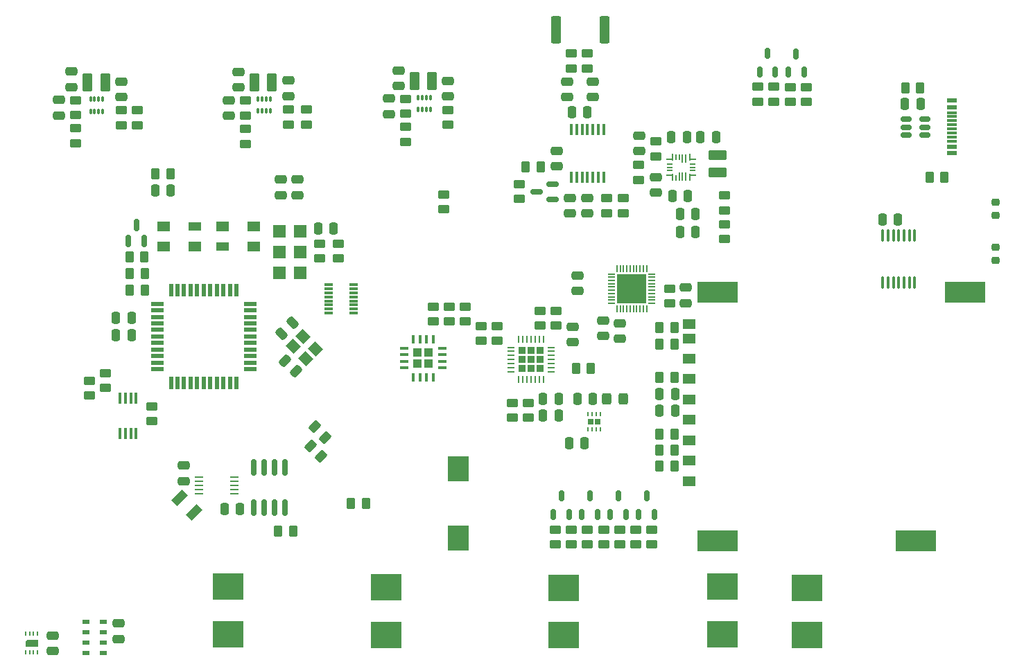
<source format=gbr>
%TF.GenerationSoftware,KiCad,Pcbnew,7.0.8-7.0.8~ubuntu23.04.1*%
%TF.CreationDate,2023-11-18T22:31:17+00:00*%
%TF.ProjectId,BATDATUNIT01,42415444-4154-4554-9e49-5430312e6b69,01A*%
%TF.SameCoordinates,Original*%
%TF.FileFunction,Paste,Bot*%
%TF.FilePolarity,Positive*%
%FSLAX46Y46*%
G04 Gerber Fmt 4.6, Leading zero omitted, Abs format (unit mm)*
G04 Created by KiCad (PCBNEW 7.0.8-7.0.8~ubuntu23.04.1) date 2023-11-18 22:31:17*
%MOMM*%
%LPD*%
G01*
G04 APERTURE LIST*
G04 Aperture macros list*
%AMRoundRect*
0 Rectangle with rounded corners*
0 $1 Rounding radius*
0 $2 $3 $4 $5 $6 $7 $8 $9 X,Y pos of 4 corners*
0 Add a 4 corners polygon primitive as box body*
4,1,4,$2,$3,$4,$5,$6,$7,$8,$9,$2,$3,0*
0 Add four circle primitives for the rounded corners*
1,1,$1+$1,$2,$3*
1,1,$1+$1,$4,$5*
1,1,$1+$1,$6,$7*
1,1,$1+$1,$8,$9*
0 Add four rect primitives between the rounded corners*
20,1,$1+$1,$2,$3,$4,$5,0*
20,1,$1+$1,$4,$5,$6,$7,0*
20,1,$1+$1,$6,$7,$8,$9,0*
20,1,$1+$1,$8,$9,$2,$3,0*%
%AMRotRect*
0 Rectangle, with rotation*
0 The origin of the aperture is its center*
0 $1 length*
0 $2 width*
0 $3 Rotation angle, in degrees counterclockwise*
0 Add horizontal line*
21,1,$1,$2,0,0,$3*%
%AMFreePoly0*
4,1,6,0.450000,-0.800000,-0.180000,-0.800000,-0.450000,-0.530000,-0.450000,0.800000,0.450000,0.800000,0.450000,-0.800000,0.450000,-0.800000,$1*%
G04 Aperture macros list end*
%ADD10RoundRect,0.250000X0.450000X-0.262500X0.450000X0.262500X-0.450000X0.262500X-0.450000X-0.262500X0*%
%ADD11RoundRect,0.250000X-0.262500X-0.450000X0.262500X-0.450000X0.262500X0.450000X-0.262500X0.450000X0*%
%ADD12R,0.950000X0.550000*%
%ADD13RoundRect,0.250000X0.475000X-0.250000X0.475000X0.250000X-0.475000X0.250000X-0.475000X-0.250000X0*%
%ADD14RoundRect,0.150000X0.150000X-0.512500X0.150000X0.512500X-0.150000X0.512500X-0.150000X-0.512500X0*%
%ADD15RoundRect,0.250000X0.375000X0.850000X-0.375000X0.850000X-0.375000X-0.850000X0.375000X-0.850000X0*%
%ADD16RoundRect,0.250000X-0.503814X-0.132583X-0.132583X-0.503814X0.503814X0.132583X0.132583X0.503814X0*%
%ADD17R,1.550000X1.150000*%
%ADD18R,1.550000X1.050000*%
%ADD19RoundRect,0.050000X-0.100000X0.285000X-0.100000X-0.285000X0.100000X-0.285000X0.100000X0.285000X0*%
%ADD20RoundRect,0.150000X-0.512500X-0.150000X0.512500X-0.150000X0.512500X0.150000X-0.512500X0.150000X0*%
%ADD21RoundRect,0.250000X-0.450000X0.262500X-0.450000X-0.262500X0.450000X-0.262500X0.450000X0.262500X0*%
%ADD22R,3.810000X3.330000*%
%ADD23RoundRect,0.250000X-0.362500X-1.425000X0.362500X-1.425000X0.362500X1.425000X-0.362500X1.425000X0*%
%ADD24RoundRect,0.250000X0.295000X0.295000X-0.295000X0.295000X-0.295000X-0.295000X0.295000X-0.295000X0*%
%ADD25RoundRect,0.087500X0.437500X0.087500X-0.437500X0.087500X-0.437500X-0.087500X0.437500X-0.087500X0*%
%ADD26RoundRect,0.087500X0.087500X0.437500X-0.087500X0.437500X-0.087500X-0.437500X0.087500X-0.437500X0*%
%ADD27RoundRect,0.250000X0.250000X0.475000X-0.250000X0.475000X-0.250000X-0.475000X0.250000X-0.475000X0*%
%ADD28R,1.150000X0.600000*%
%ADD29R,1.150000X0.300000*%
%ADD30RoundRect,0.250000X-0.325000X-0.450000X0.325000X-0.450000X0.325000X0.450000X-0.325000X0.450000X0*%
%ADD31R,1.050000X0.300000*%
%ADD32RoundRect,0.250000X0.850000X-0.375000X0.850000X0.375000X-0.850000X0.375000X-0.850000X-0.375000X0*%
%ADD33RoundRect,0.250000X-0.475000X0.250000X-0.475000X-0.250000X0.475000X-0.250000X0.475000X0.250000X0*%
%ADD34RoundRect,0.250000X-0.250000X-0.475000X0.250000X-0.475000X0.250000X0.475000X-0.250000X0.475000X0*%
%ADD35RoundRect,0.250000X0.262500X0.450000X-0.262500X0.450000X-0.262500X-0.450000X0.262500X-0.450000X0*%
%ADD36RotRect,1.400000X1.200000X315.000000*%
%ADD37R,0.650000X0.750000*%
%ADD38R,0.250000X0.500000*%
%ADD39RoundRect,0.150000X0.150000X-0.825000X0.150000X0.825000X-0.150000X0.825000X-0.150000X-0.825000X0*%
%ADD40R,0.450000X1.450000*%
%ADD41R,1.600000X1.200000*%
%ADD42R,5.000000X2.500000*%
%ADD43RoundRect,0.225000X0.225000X-0.225000X0.225000X0.225000X-0.225000X0.225000X-0.225000X-0.225000X0*%
%ADD44RoundRect,0.062500X0.062500X-0.337500X0.062500X0.337500X-0.062500X0.337500X-0.062500X-0.337500X0*%
%ADD45RoundRect,0.062500X0.337500X-0.062500X0.337500X0.062500X-0.337500X0.062500X-0.337500X-0.062500X0*%
%ADD46RoundRect,0.150000X0.150000X-0.587500X0.150000X0.587500X-0.150000X0.587500X-0.150000X-0.587500X0*%
%ADD47RoundRect,0.050000X-0.337500X0.050000X-0.337500X-0.050000X0.337500X-0.050000X0.337500X0.050000X0*%
%ADD48RoundRect,0.050000X0.050000X0.337500X-0.050000X0.337500X-0.050000X-0.337500X0.050000X-0.337500X0*%
%ADD49RoundRect,0.050000X-0.262500X0.050000X-0.262500X-0.050000X0.262500X-0.050000X0.262500X0.050000X0*%
%ADD50RoundRect,0.050000X0.337500X-0.050000X0.337500X0.050000X-0.337500X0.050000X-0.337500X-0.050000X0*%
%ADD51RoundRect,0.050000X-0.050000X-0.262500X0.050000X-0.262500X0.050000X0.262500X-0.050000X0.262500X0*%
%ADD52RoundRect,0.050000X-0.050000X-0.450000X0.050000X-0.450000X0.050000X0.450000X-0.050000X0.450000X0*%
%ADD53RoundRect,0.050000X-0.050000X-0.337500X0.050000X-0.337500X0.050000X0.337500X-0.050000X0.337500X0*%
%ADD54RoundRect,0.050000X0.362500X-0.050000X0.362500X0.050000X-0.362500X0.050000X-0.362500X-0.050000X0*%
%ADD55RoundRect,0.050000X-0.362500X0.050000X-0.362500X-0.050000X0.362500X-0.050000X0.362500X0.050000X0*%
%ADD56R,2.500000X3.050000*%
%ADD57FreePoly0,270.000000*%
%ADD58R,0.250000X0.550000*%
%ADD59RoundRect,0.250000X-0.512652X-0.159099X-0.159099X-0.512652X0.512652X0.159099X0.159099X0.512652X0*%
%ADD60RoundRect,0.250000X0.250000X-0.200000X0.250000X0.200000X-0.250000X0.200000X-0.250000X-0.200000X0*%
%ADD61RotRect,1.000000X1.800000X135.000000*%
%ADD62RoundRect,0.150000X0.587500X0.150000X-0.587500X0.150000X-0.587500X-0.150000X0.587500X-0.150000X0*%
%ADD63R,1.100000X0.250000*%
%ADD64R,1.524000X1.524000*%
%ADD65RoundRect,0.250000X0.159099X-0.512652X0.512652X-0.159099X-0.159099X0.512652X-0.512652X0.159099X0*%
%ADD66R,0.850000X0.200000*%
%ADD67R,0.200000X0.850000*%
%ADD68R,3.600000X3.600000*%
%ADD69RoundRect,0.100000X0.100000X-0.637500X0.100000X0.637500X-0.100000X0.637500X-0.100000X-0.637500X0*%
%ADD70R,1.500000X0.550000*%
%ADD71R,0.550000X1.500000*%
G04 APERTURE END LIST*
D10*
%TO.C,R33*%
X84786000Y17213500D03*
X84786000Y19038500D03*
%TD*%
D11*
%TO.C,R9*%
X93573500Y28726000D03*
X95398500Y28726000D03*
%TD*%
D12*
%TO.C,U9*%
X25659750Y7704750D03*
X25659750Y6454750D03*
X25659750Y5204750D03*
X25659750Y3954750D03*
X23509750Y3954750D03*
X23509750Y5204750D03*
X23509750Y6454750D03*
X23509750Y7704750D03*
%TD*%
D13*
%TO.C,C37*%
X61736000Y73266000D03*
X61736000Y75166000D03*
%TD*%
D14*
%TO.C,Q2*%
X89469330Y20888500D03*
X87569330Y20888500D03*
X88519330Y23163500D03*
%TD*%
D15*
%TO.C,L3*%
X46261000Y73711000D03*
X44111000Y73711000D03*
%TD*%
D16*
%TO.C,R35*%
X50940765Y29271235D03*
X52231235Y27980765D03*
%TD*%
D17*
%TO.C,SW2*%
X32986000Y53651000D03*
X36786000Y53651000D03*
X32986000Y56051000D03*
D18*
X36786000Y56051000D03*
%TD*%
D19*
%TO.C,U17*%
X24086000Y71658500D03*
X24586000Y71658500D03*
X25086000Y71658500D03*
X25586000Y71658500D03*
X25586000Y70178500D03*
X25086000Y70178500D03*
X24586000Y70178500D03*
X24086000Y70178500D03*
%TD*%
D20*
%TO.C,U2*%
X123711000Y67276000D03*
X123711000Y68226000D03*
X123711000Y69176000D03*
X125986000Y69176000D03*
X125986000Y68226000D03*
X125986000Y67276000D03*
%TD*%
D21*
%TO.C,R12*%
X101537600Y56357100D03*
X101537600Y54532100D03*
%TD*%
D22*
%TO.C,F3*%
X81886000Y11926000D03*
X81886000Y6106000D03*
%TD*%
D23*
%TO.C,R52*%
X80923500Y80126000D03*
X86848500Y80126000D03*
%TD*%
D24*
%TO.C,U4*%
X65386000Y39306000D03*
X65386000Y40656000D03*
X64036000Y39306000D03*
X64036000Y40656000D03*
D25*
X67036000Y41181000D03*
X67036000Y40381000D03*
X67036000Y39581000D03*
X67036000Y38781000D03*
D26*
X65911000Y37656000D03*
X65111000Y37656000D03*
X64311000Y37656000D03*
X63511000Y37656000D03*
D25*
X62386000Y38781000D03*
X62386000Y39581000D03*
X62386000Y40381000D03*
X62386000Y41181000D03*
D26*
X63511000Y42306000D03*
X64311000Y42306000D03*
X65111000Y42306000D03*
X65911000Y42306000D03*
%TD*%
D27*
%TO.C,C14*%
X29100000Y42826000D03*
X27200000Y42826000D03*
%TD*%
%TO.C,C33*%
X122686000Y56951000D03*
X120786000Y56951000D03*
%TD*%
D28*
%TO.C,J1*%
X129243500Y71456000D03*
X129243500Y70656000D03*
D29*
X129243500Y69506000D03*
X129243500Y68506000D03*
X129243500Y68006000D03*
X129243500Y67006000D03*
D28*
X129243500Y65056000D03*
X129243500Y65856000D03*
D29*
X129243500Y66506000D03*
X129243500Y67506000D03*
X129243500Y69006000D03*
X129243500Y70006000D03*
%TD*%
D30*
%TO.C,L5*%
X87111000Y35026000D03*
X89161000Y35026000D03*
%TD*%
D27*
%TO.C,C43*%
X84436000Y29576000D03*
X82536000Y29576000D03*
%TD*%
D13*
%TO.C,C24*%
X91086000Y65276000D03*
X91086000Y67176000D03*
%TD*%
D31*
%TO.C,U7*%
X56186000Y48976000D03*
X56186000Y48476000D03*
X56186000Y47976000D03*
X56186000Y47476000D03*
X56186000Y46976000D03*
X56186000Y46476000D03*
X56186000Y45976000D03*
X56186000Y45476000D03*
X53186000Y45476000D03*
X53186000Y45976000D03*
X53186000Y46476000D03*
X53186000Y46976000D03*
X53186000Y47476000D03*
X53186000Y47976000D03*
X53186000Y48476000D03*
X53186000Y48976000D03*
%TD*%
D10*
%TO.C,R45*%
X105586000Y71338500D03*
X105586000Y73163500D03*
%TD*%
%TO.C,R61*%
X50436000Y68536000D03*
X50436000Y70361000D03*
%TD*%
D32*
%TO.C,L1*%
X100686000Y62651000D03*
X100686000Y64801000D03*
%TD*%
D33*
%TO.C,C18*%
X27486000Y7529750D03*
X27486000Y5629750D03*
%TD*%
D10*
%TO.C,R25*%
X88719332Y17213500D03*
X88719332Y19038500D03*
%TD*%
D33*
%TO.C,C3*%
X96786000Y48626000D03*
X96786000Y46726000D03*
%TD*%
D34*
%TO.C,C5*%
X79336000Y32926000D03*
X81236000Y32926000D03*
%TD*%
D35*
%TO.C,R26*%
X85186000Y38726000D03*
X83361000Y38726000D03*
%TD*%
D33*
%TO.C,C9*%
X47326000Y61826000D03*
X47326000Y59926000D03*
%TD*%
D34*
%TO.C,C47*%
X31986000Y60516000D03*
X33886000Y60516000D03*
%TD*%
D11*
%TO.C,R72*%
X28836000Y52326000D03*
X30661000Y52326000D03*
%TD*%
D13*
%TO.C,C19*%
X35486000Y24956000D03*
X35486000Y26856000D03*
%TD*%
D21*
%TO.C,R2*%
X67186000Y59988500D03*
X67186000Y58163500D03*
%TD*%
%TO.C,R36*%
X54386000Y53988500D03*
X54386000Y52163500D03*
%TD*%
D14*
%TO.C,Q7*%
X111211000Y74926000D03*
X109311000Y74926000D03*
X110261000Y77201000D03*
%TD*%
D36*
%TO.C,Y1*%
X50013081Y42633081D03*
X51568716Y41077446D03*
X50366635Y39875365D03*
X48811000Y41431000D03*
%TD*%
D21*
%TO.C,R11*%
X101536000Y59893500D03*
X101536000Y58068500D03*
%TD*%
D13*
%TO.C,C26*%
X82286000Y71876000D03*
X82286000Y73776000D03*
%TD*%
D37*
%TO.C,U18*%
X85186000Y32226000D03*
X85986000Y32226000D03*
D38*
X86336000Y31276000D03*
X85836000Y31276000D03*
X85336000Y31276000D03*
X84836000Y31276000D03*
X84836000Y33176000D03*
X85336000Y33176000D03*
X85836000Y33176000D03*
X86336000Y33176000D03*
%TD*%
D11*
%TO.C,R8*%
X93573500Y30676000D03*
X95398500Y30676000D03*
%TD*%
D10*
%TO.C,R64*%
X48236000Y68548500D03*
X48236000Y70373500D03*
%TD*%
%TO.C,R46*%
X109511000Y71313500D03*
X109511000Y73138500D03*
%TD*%
D35*
%TO.C,R5*%
X95398500Y43726000D03*
X93573500Y43726000D03*
%TD*%
D15*
%TO.C,L2*%
X65811000Y73866000D03*
X63661000Y73866000D03*
%TD*%
D14*
%TO.C,Q6*%
X107711000Y74951000D03*
X105811000Y74951000D03*
X106761000Y77226000D03*
%TD*%
D33*
%TO.C,C25*%
X84786000Y59556000D03*
X84786000Y57656000D03*
%TD*%
D11*
%TO.C,R7*%
X93573500Y37626000D03*
X95398500Y37626000D03*
%TD*%
D35*
%TO.C,R22*%
X30686000Y50326000D03*
X28861000Y50326000D03*
%TD*%
D10*
%TO.C,R76*%
X23986000Y35413500D03*
X23986000Y37238500D03*
%TD*%
%TO.C,R41*%
X107511000Y71338500D03*
X107511000Y73163500D03*
%TD*%
%TO.C,R28*%
X86752666Y17213500D03*
X86752666Y19038500D03*
%TD*%
D21*
%TO.C,R47*%
X91022000Y63596100D03*
X91022000Y61771100D03*
%TD*%
D39*
%TO.C,U5*%
X47791000Y21701000D03*
X46521000Y21701000D03*
X45251000Y21701000D03*
X43981000Y21701000D03*
X43981000Y26651000D03*
X45251000Y26651000D03*
X46521000Y26651000D03*
X47791000Y26651000D03*
%TD*%
D40*
%TO.C,U10*%
X29661000Y30726000D03*
X29011000Y30726000D03*
X28361000Y30726000D03*
X27711000Y30726000D03*
X27711000Y35126000D03*
X28361000Y35126000D03*
X29011000Y35126000D03*
X29661000Y35126000D03*
%TD*%
D35*
%TO.C,R6*%
X95398500Y41726000D03*
X93573500Y41726000D03*
%TD*%
D10*
%TO.C,R16*%
X82819334Y17213500D03*
X82819334Y19038500D03*
%TD*%
D14*
%TO.C,Q1*%
X82535998Y20888500D03*
X80635998Y20888500D03*
X81585998Y23163500D03*
%TD*%
D21*
%TO.C,R71*%
X22286000Y68106000D03*
X22286000Y66281000D03*
%TD*%
D11*
%TO.C,R74*%
X32003500Y62546000D03*
X33828500Y62546000D03*
%TD*%
D17*
%TO.C,SW3*%
X43986000Y56051000D03*
X40186000Y56051000D03*
X43986000Y53651000D03*
D18*
X40186000Y53651000D03*
%TD*%
D21*
%TO.C,R70*%
X22286000Y71531000D03*
X22286000Y69706000D03*
%TD*%
D41*
%TO.C,J2*%
X97186000Y27441000D03*
X97186000Y29941000D03*
X97186000Y32441000D03*
X97186000Y34941000D03*
X97186000Y37441000D03*
X97186000Y39941000D03*
X97186000Y42371000D03*
X97186000Y44171000D03*
X97186000Y24941000D03*
D42*
X100686000Y48056000D03*
X100686000Y17606000D03*
X124886000Y17606000D03*
X130886000Y48056000D03*
%TD*%
D33*
%TO.C,C40*%
X60536000Y71716000D03*
X60536000Y69816000D03*
%TD*%
D34*
%TO.C,C6*%
X79336000Y35026000D03*
X81236000Y35026000D03*
%TD*%
D27*
%TO.C,C29*%
X97036000Y59801000D03*
X95136000Y59801000D03*
%TD*%
D10*
%TO.C,R21*%
X71786000Y42093500D03*
X71786000Y43918500D03*
%TD*%
%TO.C,R23*%
X73736000Y42093500D03*
X73736000Y43918500D03*
%TD*%
D34*
%TO.C,C11*%
X51886000Y55826000D03*
X53786000Y55826000D03*
%TD*%
D11*
%TO.C,R3*%
X126536000Y62076000D03*
X128361000Y62076000D03*
%TD*%
D13*
%TO.C,C36*%
X27836000Y71918500D03*
X27836000Y73818500D03*
%TD*%
D27*
%TO.C,C44*%
X85436000Y35026000D03*
X83536000Y35026000D03*
%TD*%
%TO.C,C4*%
X125436000Y71076000D03*
X123536000Y71076000D03*
%TD*%
D13*
%TO.C,C38*%
X42186000Y73061000D03*
X42186000Y74961000D03*
%TD*%
D10*
%TO.C,R44*%
X89167800Y57713500D03*
X89167800Y59538500D03*
%TD*%
%TO.C,R24*%
X80852668Y17213500D03*
X80852668Y19038500D03*
%TD*%
D27*
%TO.C,C45*%
X95461000Y35626000D03*
X93561000Y35626000D03*
%TD*%
D33*
%TO.C,C2*%
X88686000Y44251000D03*
X88686000Y42351000D03*
%TD*%
D10*
%TO.C,R13*%
X75586000Y32687500D03*
X75586000Y34512500D03*
%TD*%
D22*
%TO.C,F2*%
X60186000Y11936000D03*
X60186000Y6116000D03*
%TD*%
D43*
%TO.C,U3*%
X76766000Y38686000D03*
X77886000Y38686000D03*
X79006000Y38686000D03*
X76766000Y39806000D03*
X77886000Y39806000D03*
X79006000Y39806000D03*
X76766000Y40926000D03*
X77886000Y40926000D03*
X79006000Y40926000D03*
D44*
X79386000Y37356000D03*
X78886000Y37356000D03*
X78386000Y37356000D03*
X77886000Y37356000D03*
X77386000Y37356000D03*
X76886000Y37356000D03*
X76386000Y37356000D03*
D45*
X75436000Y38306000D03*
X75436000Y38806000D03*
X75436000Y39306000D03*
X75436000Y39806000D03*
X75436000Y40306000D03*
X75436000Y40806000D03*
X75436000Y41306000D03*
D44*
X76386000Y42256000D03*
X76886000Y42256000D03*
X77386000Y42256000D03*
X77886000Y42256000D03*
X78386000Y42256000D03*
X78886000Y42256000D03*
X79386000Y42256000D03*
D45*
X80336000Y41306000D03*
X80336000Y40806000D03*
X80336000Y40306000D03*
X80336000Y39806000D03*
X80336000Y39306000D03*
X80336000Y38806000D03*
X80336000Y38306000D03*
%TD*%
D46*
%TO.C,D16*%
X30636000Y54338500D03*
X28736000Y54338500D03*
X29686000Y56213500D03*
%TD*%
D10*
%TO.C,R50*%
X93155600Y64666700D03*
X93155600Y66491700D03*
%TD*%
D11*
%TO.C,R4*%
X123573500Y73026000D03*
X125398500Y73026000D03*
%TD*%
D10*
%TO.C,R39*%
X31536000Y32263500D03*
X31536000Y34088500D03*
%TD*%
D27*
%TO.C,C46*%
X95486000Y33601000D03*
X93586000Y33601000D03*
%TD*%
D15*
%TO.C,L4*%
X25886000Y73668500D03*
X23736000Y73668500D03*
%TD*%
D35*
%TO.C,R30*%
X30686000Y48326000D03*
X28861000Y48326000D03*
%TD*%
D40*
%TO.C,U12*%
X86736000Y62076000D03*
X86086000Y62076000D03*
X85436000Y62076000D03*
X84786000Y62076000D03*
X84136000Y62076000D03*
X83486000Y62076000D03*
X82836000Y62076000D03*
X82836000Y67976000D03*
X83486000Y67976000D03*
X84136000Y67976000D03*
X84786000Y67976000D03*
X85436000Y67976000D03*
X86086000Y67976000D03*
X86736000Y67976000D03*
%TD*%
D10*
%TO.C,R15*%
X77586000Y32687500D03*
X77586000Y34512500D03*
%TD*%
D47*
%TO.C,U13*%
X94838500Y62376000D03*
D48*
X95126000Y62088500D03*
D49*
X94823500Y62919000D03*
X94813500Y63319000D03*
X94813500Y63719000D03*
D48*
X95126000Y64563500D03*
D50*
X94838500Y64276000D03*
D51*
X95576000Y64538500D03*
X95976000Y64538500D03*
D52*
X96376000Y64356000D03*
X96776000Y64356000D03*
D53*
X97276000Y64563500D03*
D54*
X97588500Y64276000D03*
D49*
X97583500Y63719000D03*
X97583500Y63319000D03*
X97583500Y62919000D03*
D53*
X97276000Y62088500D03*
D55*
X97588500Y62376000D03*
D52*
X96776000Y62196000D03*
X96376000Y62196000D03*
X95976000Y62196000D03*
D51*
X95576000Y62016000D03*
%TD*%
D13*
%TO.C,C15*%
X19486000Y4179750D03*
X19486000Y6079750D03*
%TD*%
D21*
%TO.C,R69*%
X42986000Y68023500D03*
X42986000Y66198500D03*
%TD*%
%TO.C,R66*%
X62536000Y71678500D03*
X62536000Y69853500D03*
%TD*%
D35*
%TO.C,R78*%
X57698500Y22226000D03*
X55873500Y22226000D03*
%TD*%
D10*
%TO.C,R19*%
X67886000Y44443500D03*
X67886000Y46268500D03*
%TD*%
D56*
%TO.C,BZ1*%
X69036000Y18001000D03*
X69036000Y26451000D03*
%TD*%
D10*
%TO.C,R29*%
X92652668Y17213500D03*
X92652668Y19038500D03*
%TD*%
D57*
%TO.C,U6*%
X16884750Y5154750D03*
D58*
X16134750Y6329750D03*
X16634750Y6329750D03*
X17134750Y6329750D03*
X17634750Y6329750D03*
X17634750Y3979750D03*
X17134750Y3979750D03*
X16634750Y3979750D03*
X16134750Y3979750D03*
%TD*%
D13*
%TO.C,C39*%
X21736000Y73106000D03*
X21736000Y75006000D03*
%TD*%
%TO.C,C34*%
X67736000Y71966000D03*
X67736000Y73866000D03*
%TD*%
%TO.C,C1*%
X83586000Y48176000D03*
X83586000Y50076000D03*
%TD*%
D19*
%TO.C,U16*%
X44536000Y71701000D03*
X45036000Y71701000D03*
X45536000Y71701000D03*
X46036000Y71701000D03*
X46036000Y70221000D03*
X45536000Y70221000D03*
X45036000Y70221000D03*
X44536000Y70221000D03*
%TD*%
D21*
%TO.C,R43*%
X87086000Y59538500D03*
X87086000Y57713500D03*
%TD*%
%TO.C,R48*%
X82786000Y77238500D03*
X82786000Y75413500D03*
%TD*%
D10*
%TO.C,R1*%
X94786000Y46676000D03*
X94786000Y48501000D03*
%TD*%
D59*
%TO.C,C13*%
X47864249Y39697751D03*
X49207751Y38354249D03*
%TD*%
D60*
%TO.C,D7*%
X134586000Y57426000D03*
X134586000Y59026000D03*
%TD*%
D10*
%TO.C,R31*%
X80936000Y43963500D03*
X80936000Y45788500D03*
%TD*%
D19*
%TO.C,U15*%
X64086000Y71856000D03*
X64586000Y71856000D03*
X65086000Y71856000D03*
X65586000Y71856000D03*
X65586000Y70376000D03*
X65086000Y70376000D03*
X64586000Y70376000D03*
X64086000Y70376000D03*
%TD*%
D61*
%TO.C,Y2*%
X34952117Y22859883D03*
X36719883Y21092117D03*
%TD*%
D13*
%TO.C,C28*%
X80986000Y63426000D03*
X80986000Y65326000D03*
%TD*%
D62*
%TO.C,Q5*%
X80473500Y61276000D03*
X80473500Y59376000D03*
X78598500Y60326000D03*
%TD*%
D63*
%TO.C,U11*%
X37336000Y23406000D03*
X37336000Y23906000D03*
X37336000Y24406000D03*
X37336000Y24906000D03*
X37336000Y25406000D03*
X41636000Y25406000D03*
X41636000Y24906000D03*
X41636000Y24406000D03*
X41636000Y23906000D03*
X41636000Y23406000D03*
%TD*%
D14*
%TO.C,Q4*%
X92935998Y20888500D03*
X91035998Y20888500D03*
X91985998Y23163500D03*
%TD*%
D60*
%TO.C,D6*%
X134586000Y51901000D03*
X134586000Y53501000D03*
%TD*%
D64*
%TO.C,J3*%
X47166000Y50436000D03*
X49706000Y50436000D03*
X47166000Y52976000D03*
X49706000Y52976000D03*
X47166000Y55516000D03*
X49706000Y55516000D03*
%TD*%
D10*
%TO.C,R63*%
X27836000Y68481000D03*
X27836000Y70306000D03*
%TD*%
D21*
%TO.C,R38*%
X52086000Y53988500D03*
X52086000Y52163500D03*
%TD*%
D34*
%TO.C,C31*%
X98586000Y67026000D03*
X100486000Y67026000D03*
%TD*%
D33*
%TO.C,C22*%
X82640000Y59569600D03*
X82640000Y57669600D03*
%TD*%
D27*
%TO.C,C16*%
X42336000Y21506000D03*
X40436000Y21506000D03*
%TD*%
D34*
%TO.C,C23*%
X82886000Y70026000D03*
X84786000Y70026000D03*
%TD*%
D65*
%TO.C,C8*%
X47414249Y42954249D03*
X48757751Y44297751D03*
%TD*%
D16*
%TO.C,R34*%
X51440765Y31571235D03*
X52731235Y30280765D03*
%TD*%
D34*
%TO.C,C21*%
X96066400Y55419200D03*
X97966400Y55419200D03*
%TD*%
D14*
%TO.C,Q3*%
X86002664Y20888500D03*
X84102664Y20888500D03*
X85052664Y23163500D03*
%TD*%
D13*
%TO.C,C35*%
X48236000Y72011000D03*
X48236000Y73911000D03*
%TD*%
D33*
%TO.C,C42*%
X20236000Y71568500D03*
X20236000Y69668500D03*
%TD*%
D21*
%TO.C,R68*%
X42986000Y71473500D03*
X42986000Y69648500D03*
%TD*%
D22*
%TO.C,F5*%
X111586000Y11926000D03*
X111586000Y6106000D03*
%TD*%
D33*
%TO.C,C41*%
X40986000Y71511000D03*
X40986000Y69611000D03*
%TD*%
D11*
%TO.C,R73*%
X47023500Y18826000D03*
X48848500Y18826000D03*
%TD*%
D10*
%TO.C,R65*%
X67736000Y68491000D03*
X67736000Y70316000D03*
%TD*%
%TO.C,R62*%
X29836000Y68481000D03*
X29836000Y70306000D03*
%TD*%
D66*
%TO.C,U1*%
X87736000Y46676000D03*
X87736000Y47076000D03*
X87736000Y47476000D03*
X87736000Y47876000D03*
X87736000Y48276000D03*
X87736000Y48676000D03*
X87736000Y49076000D03*
X87736000Y49476000D03*
X87736000Y49876000D03*
X87736000Y50276000D03*
D67*
X88386000Y50926000D03*
X88786000Y50926000D03*
X89186000Y50926000D03*
X89586000Y50926000D03*
X89986000Y50926000D03*
X90386000Y50926000D03*
X90786000Y50926000D03*
X91186000Y50926000D03*
X91586000Y50926000D03*
X91986000Y50926000D03*
D66*
X92636000Y50276000D03*
X92636000Y49876000D03*
X92636000Y49476000D03*
X92636000Y49076000D03*
X92636000Y48676000D03*
X92636000Y48276000D03*
X92636000Y47876000D03*
X92636000Y47476000D03*
X92636000Y47076000D03*
X92636000Y46676000D03*
D67*
X91986000Y46026000D03*
X91586000Y46026000D03*
X91186000Y46026000D03*
X90786000Y46026000D03*
X90386000Y46026000D03*
X89986000Y46026000D03*
X89586000Y46026000D03*
X89186000Y46026000D03*
X88786000Y46026000D03*
X88386000Y46026000D03*
D68*
X90186000Y48476000D03*
%TD*%
D21*
%TO.C,R49*%
X84786000Y77238500D03*
X84786000Y75413500D03*
%TD*%
D33*
%TO.C,C17*%
X86686000Y44601000D03*
X86686000Y42701000D03*
%TD*%
D69*
%TO.C,U14*%
X124736000Y49238500D03*
X124086000Y49238500D03*
X123436000Y49238500D03*
X122786000Y49238500D03*
X122136000Y49238500D03*
X121486000Y49238500D03*
X120836000Y49238500D03*
X120836000Y54963500D03*
X121486000Y54963500D03*
X122136000Y54963500D03*
X122786000Y54963500D03*
X123436000Y54963500D03*
X124086000Y54963500D03*
X124736000Y54963500D03*
%TD*%
D27*
%TO.C,C10*%
X29100000Y44876000D03*
X27200000Y44876000D03*
%TD*%
D21*
%TO.C,R67*%
X62536000Y68278500D03*
X62536000Y66453500D03*
%TD*%
D33*
%TO.C,C12*%
X49361000Y61826000D03*
X49361000Y59926000D03*
%TD*%
D10*
%TO.C,R27*%
X69836000Y44443500D03*
X69836000Y46268500D03*
%TD*%
%TO.C,R77*%
X25936000Y36313500D03*
X25936000Y38138500D03*
%TD*%
D21*
%TO.C,R51*%
X76486000Y61263500D03*
X76486000Y59438500D03*
%TD*%
D10*
%TO.C,R42*%
X111486000Y71313500D03*
X111486000Y73138500D03*
%TD*%
D13*
%TO.C,C27*%
X85386000Y71876000D03*
X85386000Y73776000D03*
%TD*%
D70*
%TO.C,U8*%
X43611000Y46631000D03*
X43611000Y45831000D03*
X43611000Y45031000D03*
X43611000Y44231000D03*
X43611000Y43431000D03*
X43611000Y42631000D03*
X43611000Y41831000D03*
X43611000Y41031000D03*
X43611000Y40231000D03*
X43611000Y39431000D03*
X43611000Y38631000D03*
D71*
X41911000Y36931000D03*
X41111000Y36931000D03*
X40311000Y36931000D03*
X39511000Y36931000D03*
X38711000Y36931000D03*
X37911000Y36931000D03*
X37111000Y36931000D03*
X36311000Y36931000D03*
X35511000Y36931000D03*
X34711000Y36931000D03*
X33911000Y36931000D03*
D70*
X32211000Y38631000D03*
X32211000Y39431000D03*
X32211000Y40231000D03*
X32211000Y41031000D03*
X32211000Y41831000D03*
X32211000Y42631000D03*
X32211000Y43431000D03*
X32211000Y44231000D03*
X32211000Y45031000D03*
X32211000Y45831000D03*
X32211000Y46631000D03*
D71*
X33911000Y48331000D03*
X34711000Y48331000D03*
X35511000Y48331000D03*
X36311000Y48331000D03*
X37111000Y48331000D03*
X37911000Y48331000D03*
X38711000Y48331000D03*
X39511000Y48331000D03*
X40311000Y48331000D03*
X41111000Y48331000D03*
X41911000Y48331000D03*
%TD*%
D11*
%TO.C,R40*%
X77223500Y63376000D03*
X79048500Y63376000D03*
%TD*%
D10*
%TO.C,R17*%
X90685998Y17213500D03*
X90685998Y19038500D03*
%TD*%
D27*
%TO.C,C30*%
X96900000Y67000000D03*
X95000000Y67000000D03*
%TD*%
D22*
%TO.C,F4*%
X101286000Y12026000D03*
X101286000Y6206000D03*
%TD*%
D11*
%TO.C,R10*%
X93573500Y26756000D03*
X95398500Y26756000D03*
%TD*%
D34*
%TO.C,C20*%
X96066400Y57629000D03*
X97966400Y57629000D03*
%TD*%
D10*
%TO.C,R20*%
X65936000Y44443500D03*
X65936000Y46268500D03*
%TD*%
%TO.C,R32*%
X78986000Y43963500D03*
X78986000Y45788500D03*
%TD*%
D13*
%TO.C,C7*%
X82936000Y41901000D03*
X82936000Y43801000D03*
%TD*%
D22*
%TO.C,F1*%
X40886000Y12026000D03*
X40886000Y6206000D03*
%TD*%
D33*
%TO.C,C32*%
X93104800Y62109600D03*
X93104800Y60209600D03*
%TD*%
M02*

</source>
